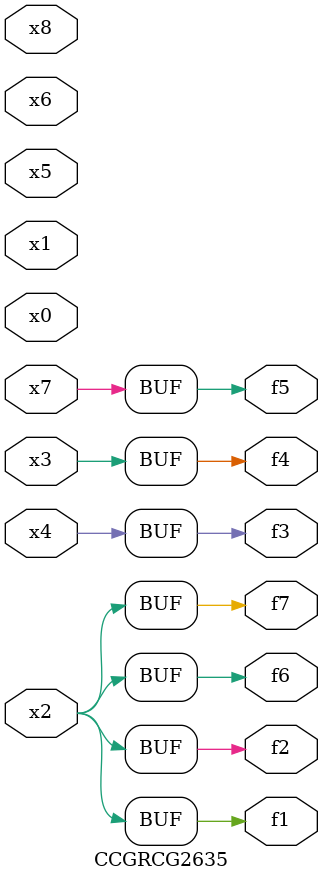
<source format=v>
module CCGRCG2635(
	input x0, x1, x2, x3, x4, x5, x6, x7, x8,
	output f1, f2, f3, f4, f5, f6, f7
);
	assign f1 = x2;
	assign f2 = x2;
	assign f3 = x4;
	assign f4 = x3;
	assign f5 = x7;
	assign f6 = x2;
	assign f7 = x2;
endmodule

</source>
